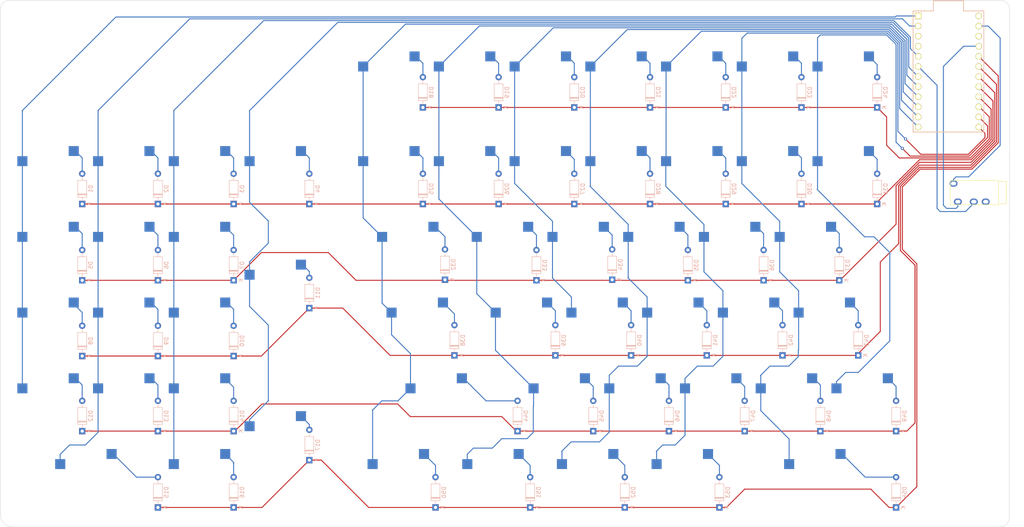
<source format=kicad_pcb>
(kicad_pcb (version 20221018) (generator pcbnew)
  (layers (0 "F.Cu" signal) (31 "B.Cu" signal) (34 "B.Paste" user) (35 "F.Paste" user) (36 "B.SilkS" user "B.Silkscreen") (37 "F.SilkS" user "F.Silkscreen") (38 "B.Mask" user) (39 "F.Mask" user) (44 "Edge.Cuts" user))
  (net 0 "")
  (net 1 "row2")
  (net 2 "Net-(D1-A)")
  (net 3 "Net-(D2-A)")
  (net 4 "Net-(D3-A)")
  (net 5 "Net-(D4-A)")
  (net 6 "row3")
  (net 7 "Net-(D5-A)")
  (net 8 "Net-(D6-A)")
  (net 9 "Net-(D7-A)")
  (net 10 "row4")
  (net 11 "Net-(D8-A)")
  (net 12 "Net-(D9-A)")
  (net 13 "Net-(D10-A)")
  (net 14 "Net-(D11-A)")
  (net 15 "row5")
  (net 16 "Net-(D12-A)")
  (net 17 "Net-(D13-A)")
  (net 18 "Net-(D14-A)")
  (net 19 "row6")
  (net 20 "Net-(D15-A)")
  (net 21 "Net-(D16-A)")
  (net 22 "Net-(D17-A)")
  (net 23 "row1")
  (net 24 "Net-(D18-A)")
  (net 25 "Net-(D19-A)")
  (net 26 "Net-(D20-A)")
  (net 27 "Net-(D21-A)")
  (net 28 "Net-(D22-A)")
  (net 29 "Net-(D23-A)")
  (net 30 "Net-(D24-A)")
  (net 31 "Net-(D25-A)")
  (net 32 "Net-(D26-A)")
  (net 33 "Net-(D27-A)")
  (net 34 "Net-(D28-A)")
  (net 35 "Net-(D29-A)")
  (net 36 "Net-(D30-A)")
  (net 37 "Net-(D31-A)")
  (net 38 "Net-(D32-A)")
  (net 39 "Net-(D33-A)")
  (net 40 "Net-(D34-A)")
  (net 41 "Net-(D35-A)")
  (net 42 "Net-(D36-A)")
  (net 43 "Net-(D37-A)")
  (net 44 "Net-(D38-A)")
  (net 45 "Net-(D39-A)")
  (net 46 "Net-(D40-A)")
  (net 47 "Net-(D41-A)")
  (net 48 "Net-(D42-A)")
  (net 49 "Net-(D43-A)")
  (net 50 "Net-(D44-A)")
  (net 51 "Net-(D45-A)")
  (net 52 "Net-(D46-A)")
  (net 53 "Net-(D47-A)")
  (net 54 "Net-(D48-A)")
  (net 55 "Net-(D49-A)")
  (net 56 "Net-(D50-A)")
  (net 57 "Net-(D51-A)")
  (net 58 "Net-(D52-A)")
  (net 59 "Net-(D53-A)")
  (net 60 "Net-(D54-A)")
  (net 61 "col1")
  (net 62 "col2")
  (net 63 "col3")
  (net 64 "col4")
  (net 65 "col5")
  (net 66 "col10")
  (net 67 "col11")
  (net 70 "SCL")
  (net 71 "VCC")
  (net 73 "GND")
  (net 76 "col6")
  (net 77 "col7")
  (net 78 "col8")
  (net 79 "col9")
  (footprint "MX_Only:MXOnly-1U-Hotswap" (layer "F.Cu") (at 48.37425 73.17875)
    (fp_text reference "MX2")
    (fp_text value "MX-NoLED")
  )
  (footprint "MountingHole:MountingHole_2.2mm_M2" (layer "F.Cu") (at 135.6885 109.503)
    (fp_text reference "REF**" hide)
    (fp_text value "MountingHole_2.2mm_M2" hide)
  )
  (footprint "MX_Only:MXOnly-2U-Hotswap-VerticalStabilizers" (layer "F.Cu") (at 86.47425 139.85375)
    (fp_text reference "MX17")
    (fp_text value "MX-NoLED" hide)
  )
  (footprint "MountingHole:MountingHole_2.2mm_M2" (layer "F.Cu") (at 19.8375 33.327)
    (fp_text reference "REF**" hide)
    (fp_text value "MountingHole_2.2mm_M2" hide)
  )
  (footprint "MX_Only:MXOnly-1U-Hotswap" (layer "F.Cu") (at 153.14925 49.36575)
    (fp_text reference "MX20")
    (fp_text value "MX-NoLED")
  )
  (footprint "MX_Only:MXOnly-1.25U-Hotswap" (layer "F.Cu") (at 165.0555 149.37875)
    (fp_text reference "MX52")
    (fp_text value "MX-NoLED")
  )
  (footprint "MX_Only:MXOnly-1U-Hotswap" (layer "F.Cu") (at 134.09925 73.17875)
    (fp_text reference "MX26")
    (fp_text value "MX-NoLED")
  )
  (footprint "MountingHole:MountingHole_2.2mm_M2" (layer "F.Cu") (at 19.8375 159.4935)
    (fp_text reference "REF**" hide)
    (fp_text value "MountingHole_2.2mm_M2" hide)
  )
  (footprint "MountingHole:MountingHole_2.2mm_M2" (layer "F.Cu") (at 100.7745 120.612)
    (fp_text reference "REF**" hide)
    (fp_text value "MountingHole_2.2mm_M2" hide)
  )
  (footprint "MX_Only:MXOnly-1U-Hotswap" (layer "F.Cu") (at 29.32425 73.17875)
    (fp_text reference "MX1")
    (fp_text value "MX-NoLED")
  )
  (footprint "MX_Only:MXOnly-1.75U-Hotswap" (layer "F.Cu") (at 122.193 111.27875)
    (fp_text reference "MX38")
    (fp_text value "MX-NoLED")
  )
  (footprint "MountingHole:MountingHole_2.2mm_M2" (layer "F.Cu") (at 267.4095 33.327)
    (fp_text reference "REF**" hide)
    (fp_text value "MountingHole_2.2mm_M2" hide)
  )
  (footprint "MX_Only:MXOnly-1.25U-Hotswap" (layer "F.Cu") (at 188.868 149.37875)
    (fp_text reference "MX53")
    (fp_text value "MX-NoLED")
  )
  (footprint "MX_Only:MXOnly-1U-Hotswap" (layer "F.Cu") (at 153.14925 73.17875)
    (fp_text reference "MX27")
    (fp_text value "MX-NoLED")
  )
  (footprint "MX_Only:MXOnly-1U-Hotswap" (layer "F.Cu") (at 29.32425 130.32875)
    (fp_text reference "MX12")
    (fp_text value "MX-NoLED")
  )
  (footprint "MX_Only:MXOnly-2U-Hotswap-VerticalStabilizers" (layer "F.Cu") (at 86.47425 101.75375)
    (fp_text reference "MX11")
    (fp_text value "MX-NoLED" hide)
  )
  (footprint "MX_Only:MXOnly-1.25U-Hotswap" (layer "F.Cu") (at 117.4305 149.37875)
    (fp_text reference "MX50")
    (fp_text value "MX-NoLED")
  )
  (footprint "MX_Only:MXOnly-1U-Hotswap" (layer "F.Cu") (at 229.34925 73.17875)
    (fp_text reference "MX31")
    (fp_text value "MX-NoLED")
  )
  (footprint "MX_Only:MXOnly-1U-Hotswap" (layer "F.Cu") (at 115.04925 49.36575)
    (fp_text reference "MX18")
    (fp_text value "MX-NoLED")
  )
  (footprint "promicro:ProMicro" (layer "F.Cu") (at 255.192 48.0865 -90)
    (fp_text reference "U1" hide)
    (fp_text value "ProMicro" hide)
  )
  (footprint "MX_Only:MXOnly-1U-Hotswap" (layer "F.Cu") (at 205.53675 111.27875)
    (fp_text reference "MX42")
    (fp_text value "MX-NoLED")
  )
  (footprint "MX_Only:MXOnly-1U-Hotswap" (layer "F.Cu") (at 67.42425 149.37875)
    (fp_text reference "MX16")
    (fp_text value "MX-NoLED")
  )
  (footprint "MountingHole:MountingHole_2.2mm_M2" (layer "F.Cu") (at 100.7745 69.828)
    (fp_text reference "REF**" hide)
    (fp_text value "MountingHole_2.2mm_M2" hide)
  )
  (footprint "MX_Only:MXOnly-1U-Hotswap" (layer "F.Cu") (at 191.24925 49.36575)
    (fp_text reference "MX22")
    (fp_text value "MX-NoLED")
  )
  (footprint "MX_Only:MXOnly-2U-Hotswap" (layer "F.Cu") (at 38.84925 149.37875)
    (fp_text reference "MX15")
    (fp_text value "MX-NoLED")
  )
  (footprint "pj320:TRRS-PJ-320A" (layer "F.Cu") (at 267.761 78.5565 -90)
    (fp_text reference "U2")
    (fp_text value "TRRS")
  )
  (footprint "MX_Only:MXOnly-1U-Hotswap" (layer "F.Cu") (at 143.62425 92.22875)
    (fp_text reference "MX33")
    (fp_text value "MX-NoLED")
  )
  (footprint "MX_Only:MXOnly-1U-Hotswap" (layer "F.Cu") (at 167.43675 111.27875)
    (fp_text reference "MX40")
    (fp_text value "MX-NoLED")
  )
  (footprint "MX_Only:MXOnly-1U-Hotswap" (layer "F.Cu") (at 162.67425 92.22875)
    (fp_text reference "MX34")
    (fp_text value "MX-NoLED")
  )
  (footprint "MX_Only:MXOnly-1U-Hotswap" (layer "F.Cu") (at 67.42425 73.17875)
    (fp_text reference "MX3")
    (fp_text value "MX-NoLED")
  )
  (footprint "MX_Only:MXOnly-1U-Hotswap" (layer "F.Cu") (at 219.82425 92.22875)
    (fp_text reference "MX37")
    (fp_text value "MX-NoLED")
  )
  (footprint "MX_Only:MXOnly-1U-Hotswap" (layer "F.Cu") (at 191.24925 73.17875)
    (fp_text reference "MX29")
    (fp_text value "MX-NoLED")
  )
  (footprint "MX_Only:MXOnly-1U-Hotswap" (layer "F.Cu") (at 67.42425 92.22875)
    (fp_text reference "MX7")
    (fp_text value "MX-NoLED")
  )
  (footprint "MX_Only:MXOnly-1U-Hotswap" (layer "F.Cu") (at 229.34925 49.36575)
    (fp_text reference "MX24")
    (fp_text value "MX-NoLED")
  )
  (footprint "MX_Only:MXOnly-1U-Hotswap" (layer "F.Cu") (at 48.37425 130.32875)
    (fp_text reference "MX13")
    (fp_text value "MX-NoLED")
  )
  (footprint "MX_Only:MXOnly-2.25U-Hotswap" (layer "F.Cu") (at 126.9555 130.32875)
    (fp_text reference "MX44")
    (fp_text value "MX-NoLED")
  )
  (footprint "MX_Only:MXOnly-2.25U-Hotswap" (layer "F.Cu") (at 222.2055 149.37875)
    (fp_text reference "MX54")
    (fp_text value "MX-NoLED")
  )
  (footprint "MX_Only:MXOnly-1U-Hotswap" (layer "F.Cu") (at 234.11175 130.32875)
    (fp_text reference "MX49")
    (fp_text value "MX-NoLED")
  )
  (footprint "MX_Only:MXOnly-1U-Hotswap" (layer "F.Cu") (at 67.42425 111.27875)
    (fp_text reference "MX10")
    (fp_text value "MX-NoLED")
  )
  (footprint "MX_Only:MXOnly-1U-Hotswap" (layer "F.Cu") (at 186.48675 111.27875)
    (fp_text reference "MX41")
    (fp_text value "MX-NoLED")
  )
  (footprint "MX_Only:MXOnly-1.25U-Hotswap" (layer "F.Cu") (at 141.243 149.37875)
    (fp_text reference "MX51")
    (fp_text value "MX-NoLED")
  )
  (footprint "MX_Only:MXOnly-1U-Hotswap" (layer "F.Cu") (at 196.01175 130.32875)
    (fp_text reference "MX47")
    (fp_text value "MX-NoLED")
  )
  (footprint "MX_Only:MXOnly-1U-Hotswap" (layer "F.Cu") (at 172.19925 49.36575)
    (fp_text reference "MX21")
    (fp_text value "MX-NoLED")
  )
  (footprint "MX_Only:MXOnly-1U-Hotswap" (layer "F.Cu") (at 29.32425 111.27875)
    (fp_text reference "MX8")
    (fp_text value "MX-NoLED")
  )
  (footprint "MX_Only:MXOnly-1U-Hotswap" (layer "F.Cu") (at 176.96175 130.32875)
    (fp_text reference "MX46")
    (fp_text value "MX-NoLED")
  )
  (footprint "MountingHole:MountingHole_2.2mm_M2" (layer "F.Cu") (at 19.8375 96.0135)
    (fp_text reference "REF**" hide)
    (fp_text value "MountingHole_2.2mm_M2" hide)
  )
  (footprint "MX_Only:MXOnly-1U-Hotswap" (layer "F.Cu") (at 157.91175 130.32875)
    (fp_text reference "MX45")
    (fp_text value "MX-NoLED")
  )
  (footprint "MX_Only:MXOnly-1.5U-Hotswap" (layer "F.Cu") (at 119.81175 92.22875)
    (fp_text reference "MX32")
    (fp_text value "MX-NoLED")
  )
  (footprint "MX_Only:MXOnly-1U-Hotswap" (layer "F.Cu") (at 181.72425 92.22875)
    (fp_text reference "MX35")
    (fp_text value "MX-NoLED")
  )
  (footprint "MX_Only:MXOnly-1U-Hotswap" (layer "F.Cu") (at 224.58675 111.27875)
    (fp_text reference "MX43")
    (fp_text value "MX-NoLED")
  )
  (footprint "MountingHole:MountingHole_2.2mm_M2" (layer "F.Cu") (at 100.7745 159.4935)
    (fp_text reference "REF**" hide)
    (fp_text value "MountingHole_2.2mm_M2" hide)
  )
  (footprint "MX_Only:MXOnly-1U-Hotswap" (layer "F.Cu") (at 48.37425 92.22875)
    (fp_text reference "MX6")
    (fp_text value "MX-NoLED")
  )
  (footprint "MX_Only:MXOnly-1U-Hotswap" (layer "F.Cu") (at 200.77425 92.22875)
    (fp_text reference "MX36")
    (fp_text value "MX-NoLED")
  )
  (footprint "MX_Only:MXOnly-1U-Hotswap" (layer "F.Cu") (at 67.42425 130.32875)
    (fp_text reference "MX14")
    (fp_text value "MX-NoLED")
  )
  (footprint "MX_Only:MXOnly-1U-Hotswap" (layer "F.Cu") (at 210.29925 49.36575)
    (fp_text reference "MX23")
    (fp_text value "MX-NoLED")
  )
  (footprint "MX_Only:MXOnly-1U-Hotswap" (layer "F.Cu") (at 48.37425 111.27875)
    (fp_text reference "MX9")
    (fp_text value "MX-NoLED")
  )
  (footprint "MountingHole:MountingHole_2.2mm_M2" (layer "F.Cu") (at 267.4095 159.4935)
    (fp_text reference "REF**" hide)
    (fp_text value "MountingHole_2.2mm_M2" hide)
  )
  (footprint "MX_Only:MXOnly-1U-Hotswap" (layer "F.Cu") (at 115.04925 73.17875)
    (fp_text reference "MX25")
    (fp_text value "MX-NoLED")
  )
  (footprint "MountingHole:MountingHole_2.2mm_M2" (layer "F.Cu") (at 266.616 96.0135)
    (fp_text reference "REF**" hide)
    (fp_text value "MountingHole_2.2mm_M2" hide)
  )
  (footprint "MX_Only:MXOnly-1U-Hotswap" (layer "F.Cu") (at 210.29925 73.17875)
    (fp_text reference "MX30")
    (fp_text value "MX-NoLED")
  )
  (footprint "MX_Only:MXOnly-1U-Hotswap" (layer "F.Cu") (at 134.09925 49.36575)
    (fp_text reference "MX19")
    (fp_text value "MX-NoLED")
  )
  (footprint "MX_Only:MXOnly-1U-Hotswap" (layer "F.Cu") (at 172.19925 73.17875)
    (fp_text reference "MX28")
    (fp_text value "MX-NoLED")
  )
  (footprint "MX_Only:MXOnly-1U-Hotswap" (layer "F.Cu") (at 215.06175 130.32875)
    (fp_text reference "MX48")
    (fp_text value "MX-NoLED")
  )
  (footprint "MX_Only:MXOnly-1U-Hotswap" (layer "F.Cu") (at 86.47425 73.17875)
    (fp_text reference "MX4")
    (fp_text value "MX-NoLED")
  )
  (footprint "MX_Only:MXOnly-1U-Hotswap" (layer "F.Cu") (at 148.38675 111.27875)
    (fp_text reference "MX39")
    (fp_text value "MX-NoLED")
  )
  (footprint "MX_Only:MXOnly-1U-Hotswap" (layer "F.Cu") (at 29.32425 92.22875)
    (fp_text reference "MX5")
    (fp_text value "MX-NoLED")
  )
  (footprint "Diode_THT:D_DO-35_SOD27_P7.62mm_Horizontal" (layer "B.Cu") (at 151.5585 100.617 90)
    (fp_text reference "D33")
    (fp_text value "1N4148")
  )
  (footprint "Diode_THT:D_DO-35_SOD27_P7.62mm_Horizontal" (layer "B.Cu") (at 130.9275 119.5035 90)
    (fp_text reference "D38")
    (fp_text value "1N4148")
  )
  (footprint "Diode_THT:D_DO-35_SOD27_P7.62mm_Horizontal" (layer "B.Cu") (at 199.1685 57.132 90)
    (fp_text reference "D22")
    (fp_text value "1N4148")
  )
  (footprint "Diode_THT:D_DO-35_SOD27_P7.62mm_Horizontal" (layer "B.Cu") (at 218.2125 81.4155 90)
    (fp_text reference "D30")
    (fp_text value "1N4148")
  )
  (footprint "Diode_THT:D_DO-35_SOD27_P7.62mm_Horizontal" (layer "B.Cu") (at 222.9735 138.5475 90)
    (fp_text reference "D48")
    (fp_text value "1N4148")
  )
  (footprint "Diode_THT:D_DO-35_SOD27_P7.62mm_Horizontal" (layer "B.Cu") (at 242.0175 157.749 90)
    (fp_text reference "D54")
    (fp_text value "1N4148")
  )
  (footprint "Diode_THT:D_DO-35_SOD27_P7.62mm_Horizontal" (layer "B.Cu") (at 173.7765 157.749 90)
    (fp_text reference "D52")
    (fp_text value "1N4148")
  )
  (footprint "Diode_THT:D_DO-35_SOD27_P7.62mm_Horizontal" (layer "B.Cu") (at 197.5815 157.749 90)
    (fp_text reference "D53")
    (fp_text value "1N4148")
  )
  (footprint "Diode_THT:D_DO-35_SOD27_P7.62mm_Horizontal" (layer "B.Cu") (at 218.2125 57.132 90)
    (fp_text reference "D23")
    (fp_text value "1N4148")
  )
  (footprint "Diode_THT:D_DO-35_SOD27_P7.62mm_Horizontal" (layer "B.Cu") (at 122.9925 81.4155 90)
    (fp_text reference "D25")
    (fp_text value "1N4148")
  )
  (footprint "Diode_THT:D_DO-35_SOD27_P7.62mm_Horizontal" (layer "B.Cu") (at 37.2945 119.661 90)
    (fp_text reference "D8")
    (fp_text value "1N4148")
  )
  (footprint "Diode_THT:D_DO-35_SOD27_P7.62mm_Horizontal" (layer "B.Cu") (at 126.1665 157.749 90)
    (fp_text reference "D50")
    (fp_text value "1N4148")
  )
  (footprint "Diode_THT:D_DO-35_SOD27_P7.62mm_Horizontal" (layer "B.Cu") (at 237.2565 81.4155 90)
    (fp_text reference "D31")
    (fp_text value "1N4148")
  )
  (footprint "Diode_THT:D_DO-35_SOD27_P7.62mm_Horizontal" (layer "B.Cu") (at 142.0365 81.4155 90)
    (fp_text reference "D26")
    (fp_text value "1N4148")
  )
  (footprint "Diode_THT:D_DO-35_SOD27_P7.62mm_Horizontal" (layer "B.Cu") (at 56.3385 81.4155 90)
    (fp_text reference "D2")
    (fp_text value "1N4148")
  )
  (footprint "Diode_THT:D_DO-35_SOD27_P7.62mm_Horizontal" (layer "B.Cu") (at 75.3825 138.5475 90)
    (fp_text reference "D14")
    (fp_text value "1N4148")
  )
  (footprint "Diode_THT:D_DO-35_SOD27_P7.62mm_Horizontal" (layer "B.Cu") (at 184.8855 138.5475 90)
    (fp_text reference "D46")
    (fp_text value "1N4148")
  )
  (footprint "Diode_THT:D_DO-35_SOD27_P7.62mm_Horizontal" (layer "B.Cu") (at 175.3635 119.5035 90)
    (fp_text reference "D40")
    (fp_text value "1N4148")
  )
  (footprint "Diode_THT:D_DO-35_SOD27_P7.62mm_Horizontal" (layer "B.Cu") (at 189.6465 100.617 90)
    (fp_text reference "D35")
    (fp_text value "1N4148")
  )
  (footprint "Diode_THT:D_DO-35_SOD27_P7.62mm_Horizontal" (layer "B.Cu") (at 56.3385 138.5475 90)
    (fp_text reference "D13")
    (fp_text value "1N4148")
  )
  (footprint "Diode_THT:D_DO-35_SOD27_P7.62mm_Horizontal" (layer "B.Cu") (at 75.3825 157.749 90)
    (fp_text reference "D16")
    (fp_text value "1N4148")
  )
  (footprint "Diode_THT:D_DO-35_SOD27_P7.62mm_Horizontal" (layer "B.Cu") (at 208.6905 100.617 90)
    (fp_text reference "D36")
    (fp_text value "1N4148")
  )
  (footprint "Diode_THT:D_DO-35_SOD27_P7.62mm_Horizontal" (layer "B.Cu") (at 94.4265 81.4155 90)
    (fp_text reference "D4")
    (fp_text value "1N4148")
  )
  (footprint "Diode_THT:D_DO-35_SOD27_P7.62mm_Horizontal" (layer "B.Cu") (at 165.8415 138.5475 90)
    (fp_text reference "D45")
    (fp_text value "1N4148")
  )
  (footprint "Diode_THT:D_DO-35_SOD27_P7.62mm_Horizontal" (layer "B.Cu") (at 122.9925 57.132 90)
    (fp_text reference "D18")
    (fp_text value "1N4148")
  )
  (footprint "Diode_THT:D_DO-35_SOD27_P7.62mm_Horizontal" (layer "B.Cu") (at 149.9715 157.749 90)
    (fp_text reference "D51")
    (fp_text value "1N4148")
  )
  (footprint "Diode_THT:D_DO-35_SOD27_P7.62mm_Horizontal" (layer "B.Cu") (at 180.1245 81.4155 90)
    (fp_text reference "D28")
    (fp_text value "1N4148")
  )
  (footprint "Diode_THT:D_DO-35_SOD27_P7.62mm_Horizontal" (layer "B.Cu") (at 213.4515 119.5035 90)
    (fp_text reference "D42")
    (fp_text value "1N4148")
  )
  (footprint "Diode_THT:D_DO-35_SOD27_P7.62mm_Horizontal" (layer "B.Cu") (at 56.3385 100.617 90)
    (fp_text reference "D6")
    (fp_text value "1N4148")
  )
  (footprint "Diode_THT:D_DO-35_SOD27_P7.62mm_Horizontal" (layer "B.Cu") (at 37.2945 100.617 90)
    (fp_text reference "D5")
    (fp_text value "1N4148")
  )
  (footprint "Diode_THT:D_DO-35_SOD27_P7.62mm_Horizontal" (layer "B.Cu") (at 75.3825 81.4155 90)
    (fp_text reference "D3")
    (fp_text value "1N4148")
  )
  (footprint "Diode_THT:D_DO-35_SOD27_P7.62mm_Horizontal" (layer "B.Cu") (at 237.2565 57.132 90)
    (fp_text reference "D24")
    (fp_text value "1N4148")
  )
  (footprint "Diode_THT:D_DO-35_SOD27_P7.62mm_Horizontal" (layer "B.Cu") (at 146.7975 138.5475 90)
    (fp_text reference "D44")
    (fp_text value "1N4148")
  )
  (footprint "Diode_THT:D_DO-35_SOD27_P7.62mm_Horizontal" (layer "B.Cu") (at 203.9295 138.5475 90)
    (fp_text reference "D47")
    (fp_text value "1N4148")
  )
  (footprint "Diode_THT:D_DO-35_SOD27_P7.62mm_Horizontal" (layer "B.Cu") (at 227.7345 100.617 90)
    (fp_text reference "D37")
    (fp_text value "1N4148")
  )
  (footprint "Diode_THT:D_DO-35_SOD27_P7.62mm_Horizontal" (layer "B.Cu") (at 161.0805 57.132 90)
    (fp_text reference "D20")
    (fp_text value "1N4148")
  )
  (footprint "Diode_THT:D_DO-35_SOD27_P7.62mm_Horizontal" (layer "B.Cu") (at 142.0365 57.132 90)
    (fp_text reference "D19")
    (fp_text value "1N4148")
  )
  (footprint "Diode_THT:D_DO-35_SOD27_P7.62mm_Horizontal" (layer "B.Cu") (at 180.1245 57.132 90)
    (fp_text reference "D21")
    (fp_text value "1N4148")
  )
  (footprint "Diode_THT:D_DO-35_SOD27_P7.62mm_Horizontal" (layer "B.Cu") (at 75.3825 119.661 90)
    (fp_text reference "D10")
    (fp_text value "1N4148")
  )
  (footprint "Diode_THT:D_DO-35_SOD27_P7.62mm_Horizontal" (layer "B.Cu") (at 156.3195 119.5035 90)
    (fp_text reference "D39")
    (fp_text value "1N4148")
  )
  (footprint "Diode_THT:D_DO-35_SOD27_P7.62mm_Horizontal" (layer "B.Cu") (at 242.0175 138.5475 90)
    (fp_text reference "D49")
    (fp_text value "1N4148")
  )
  (footprint "Diode_THT:D_DO-35_SOD27_P7.62mm_Horizontal" (layer "B.Cu") (at 37.2945 138.5475 90)
    (fp_text reference "D12")
    (fp_text value "1N4148")
  )
  (footprint "Diode_THT:D_DO-35_SOD27_P7.62mm_Horizontal" (layer "B.Cu") (at 199.1685 81.4155 90)
    (fp_text reference "D29")
    (fp_text value "1N4148")
  )
  (footprint "Diode_THT:D_DO-35_SOD27_P7.62mm_Horizontal" (layer "B.Cu") (at 128.547 100.4595 90)
    (fp_text reference "D32")
    (fp_text value "1N4148")
  )
  (footprint "Diode_THT:D_DO-35_SOD27_P7.62mm_Horizontal" (layer "B.Cu") (at 75.3825 100.617 90)
    (fp_text reference "D7")
    (fp_text value "1N4148")
  )
  (footprint "Diode_THT:D_DO-35_SOD27_P7.62mm_Horizontal" (layer "B.Cu") (at 194.4075 119.5035 90)
    (fp_text reference "D41")
    (fp_text value "1N4148")
  )
  (footprint "Diode_THT:D_DO-35_SOD27_P7.62mm_Horizontal" (layer "B.Cu") (at 170.6025 100.4595 90)
    (fp_text reference "D34")
    (fp_text value "1N4148")
  )
  (footprint "Diode_THT:D_DO-35_SOD27_P7.62mm_Horizontal" (layer "B.Cu") (at 56.3385 119.661 90)
    (fp_text reference "D9")
    (fp_text value "1N4148")
  )
  (footprint "Diode_THT:D_DO-35_SOD27_P7.62mm_Horizontal" (layer "B.Cu") (at 56.3385 157.749 90)
    (fp_text reference "D15")
    (fp_text value "1N4148")
  )
  (footprint "Diode_THT:D_DO-35_SOD27_P7.62mm_Horizontal" (layer "B.Cu") (at 94.4265 107.601 90)
    (fp_text reference "D11")
    (fp_text value "1N4148")
  )
  (footprint "Diode_THT:D_DO-35_SOD27_P7.62mm_Horizontal" (layer "B.Cu") (at 161.0805 81.4155 90)
    (fp_text reference "D27")
    (fp_text value "1N4148")
  )
  (footprint "Diode_THT:D_DO-35_SOD27_P7.62mm_Horizontal" (layer "B.Cu") (at 232.4955 119.5035 90)
    (fp_text reference "D43")
    (fp_text value "1N4148")
  )
  (footprint "Diode_THT:D_DO-35_SOD27_P7.62mm_Horizontal" (layer "B.Cu") (at 37.2945 81.4155 90)
    (fp_text reference "D1")
    (fp_text value "1N4148")
  )
  (footprint "Diode_THT:D_DO-35_SOD27_P7.62mm_Horizontal" (layer "B.Cu") (at 94.4265 145.8465 90)
    (fp_text reference "D17")
    (fp_text value "1N4148")
  )
  (gr_line (start 268.106732 162.6675) (end 19.8375 162.6675) (stroke (width 0.1)) (layer "Edge.Cuts"))
  (gr_line (start 16.6635 153.939) (end 16.6635 159.4935) (stroke (width 0.1)) (layer "Edge.Cuts"))
  (gr_arc (start 268.203 30.153) (mid 269.886268 30.850232) (end 270.5835 32.5335) (stroke (width 0.1)) (layer "Edge.Cuts"))
  (gr_line (start 268.203 30.153) (end 19.044 30.153) (stroke (width 0.1)) (layer "Edge.Cuts"))
  (gr_arc (start 19.8375 162.6675) (mid 17.593143 161.737857) (end 16.6635 159.4935) (stroke (width 0.1)) (layer "Edge.Cuts"))
  (gr_arc (start 270.487232 160.287) (mid 269.79 161.970268) (end 268.106732 162.6675) (stroke (width 0.1)) (layer "Edge.Cuts"))
  (gr_line (start 270.5835 32.5335) (end 270.487232 160.287) (stroke (width 0.1)) (layer "Edge.Cuts"))
  (gr_arc (start 16.6635 32.5335) (mid 17.360732 30.850232) (end 19.044 30.153) (stroke (width 0.1)) (layer "Edge.Cuts"))
  (gr_line (start 16.6635 32.5335) (end 16.6635 153.939) (stroke (width 0.1)) (layer "Edge.Cuts"))
  (segment (start 237.2565 81.4155) (end 237.2565 80.937) (width 0.25) (layer "F.Cu") (net 1))
  (segment (start 265.929 65.253396) (end 265.929 57.582) (width 0.25) (layer "F.Cu") (net 1))
  (segment (start 37.2945 81.4155) (end 37.2945 81.7305) (width 0.25) (layer "F.Cu") (net 1))
  (segment (start 247.9155 70.278) (end 260.904396 70.278) (width 0.25) (layer "F.Cu") (net 1))
  (segment (start 237.2565 80.937) (end 247.9155 70.278) (width 0.25) (layer "F.Cu") (net 1))
  (segment (start 265.929 57.582) (end 262.7835 54.4365) (width 0.25) (layer "F.Cu") (net 1))
  (segment (start 37.2945 81.7305) (end 37.6095 81.4155) (width 0.25) (layer "F.Cu") (net 1))
  (segment (start 37.6095 81.4155) (end 237.2565 81.4155) (width 0.25) (layer "F.Cu") (net 1))
  (segment (start 260.904396 70.278) (end 265.929 65.253396) (width 0.25) (layer "F.Cu") (net 1))
  (segment (start 37.2945 69.828) (end 37.2945 73.7955) (width 0.25) (layer "B.Cu") (net 2))
  (segment (start 35.56525 68.09875) (end 37.2945 69.828) (width 0.25) (layer "B.Cu") (net 2))
  (segment (start 35.16625 68.09875) (end 35.56525 68.09875) (width 0.25) (layer "B.Cu") (net 2))
  (segment (start 54.21625 68.09875) (end 54.60925 68.09875) (width 0.25) (layer "B.Cu") (net 3))
  (segment (start 54.60925 68.09875) (end 56.3385 69.828) (width 0.25) (layer "B.Cu") (net 3))
  (segment (start 56.3385 69.828) (end 56.3385 73.7955) (width 0.25) (layer "B.Cu") (net 3))
  (segment (start 73.26625 68.09875) (end 73.65325 68.09875) (width 0.25) (layer "B.Cu") (net 4))
  (segment (start 73.65325 68.09875) (end 75.3825 69.828) (width 0.25) (layer "B.Cu") (net 4))
  (segment (start 75.3825 69.828) (end 75.3825 73.7955) (width 0.25) (layer "B.Cu") (net 4))
  (segment (start 94.4265 69.828) (end 94.4265 73.7955) (width 0.25) (layer "B.Cu") (net 5))
  (segment (start 92.69725 68.09875) (end 94.4265 69.828) (width 0.25) (layer "B.Cu") (net 5))
  (segment (start 92.31625 68.09875) (end 92.69725 68.09875) (width 0.25) (layer "B.Cu") (net 5))
  (segment (start 266.379 65.439792) (end 260.879094 70.939698) (width 0.25) (layer "F.Cu") (net 6))
  (segment (start 82.3665 93.633) (end 75.3825 100.617) (width 0.25) (layer "F.Cu") (net 6))
  (segment (start 227.892 100.617) (end 227.7345 100.617) (width 0.25) (layer "F.Cu") (net 6))
  (segment (start 262.7835 51.8965) (end 266.379 55.492) (width 0.25) (layer "F.Cu") (net 6))
  (segment (start 227.7345 100.617) (end 106.1715 100.617) (width 0.25) (layer "F.Cu") (net 6))
  (segment (start 99.1875 93.633) (end 82.3665 93.633) (width 0.25) (layer "F.Cu") (net 6))
  (segment (start 260.879094 70.939698) (end 247.890198 70.939698) (width 0.25) (layer "F.Cu") (net 6))
  (segment (start 37.2945 100.617) (end 75.3825 100.617) (width 0.25) (layer "F.Cu") (net 6))
  (segment (start 266.379 55.492) (end 266.379 65.439792) (width 0.25) (layer "F.Cu") (net 6))
  (segment (start 242.0175 86.4915) (end 227.892 100.617) (width 0.25) (layer "F.Cu") (net 6))
  (segment (start 106.1715 100.617) (end 99.1875 93.633) (width 0.25) (layer "F.Cu") (net 6))
  (segment (start 242.0175 76.812396) (end 242.0175 86.4915) (width 0.25) (layer "F.Cu") (net 6))
  (segment (start 247.890198 70.939698) (end 242.0175 76.812396) (width 0.25) (layer "F.Cu") (net 6))
  (segment (start 35.16625 87.14875) (end 35.57125 87.14875) (width 0.25) (layer "B.Cu") (net 7))
  (segment (start 37.2945 88.872) (end 37.2945 92.997) (width 0.25) (layer "B.Cu") (net 7))
  (segment (start 35.57125 87.14875) (end 37.2945 88.872) (width 0.25) (layer "B.Cu") (net 7))
  (segment (start 54.21625 87.14875) (end 56.3385 89.271) (width 0.25) (layer "B.Cu") (net 8))
  (segment (start 56.3385 89.271) (end 56.3385 92.997) (width 0.25) (layer "B.Cu") (net 8))
  (segment (start 73.26625 87.14875) (end 75.3825 89.265) (width 0.25) (layer "B.Cu") (net 9))
  (segment (start 75.3825 89.265) (end 75.3825 92.997) (width 0.25) (layer "B.Cu") (net 9))
  (segment (start 82.3665 119.661) (end 94.4265 107.601) (width 0.25) (layer "F.Cu") (net 10))
  (segment (start 247.811646 71.654646) (end 260.800542 71.654646) (width 0.25) (layer "F.Cu") (net 10))
  (segment (start 266.829 53.402) (end 262.7835 49.3565) (width 0.25) (layer "F.Cu") (net 10))
  (segment (start 37.2945 119.661) (end 75.3825 119.661) (width 0.25) (layer "F.Cu") (net 10))
  (segment (start 232.4955 119.025) (end 238.05 113.4705) (width 0.25) (layer "F.Cu") (net 10))
  (segment (start 130.9275 119.5035) (end 232.4955 119.5035) (width 0.25) (layer "F.Cu") (net 10))
  (segment (start 242.653896 76.812396) (end 247.811646 71.654646) (width 0.25) (layer "F.Cu") (net 10))
  (segment (start 94.4265 107.601) (end 102.84 107.601) (width 0.25) (layer "F.Cu") (net 10))
  (segment (start 266.829 65.626188) (end 266.829 53.402) (width 0.25) (layer "F.Cu") (net 10))
  (segment (start 238.05 113.4705) (end 238.05 96.0135) (width 0.25) (layer "F.Cu") (net 10))
  (segment (start 75.3825 119.661) (end 82.3665 119.661) (width 0.25) (layer "F.Cu") (net 10))
  (segment (start 114.7425 119.5035) (end 130.9275 119.5035) (width 0.25) (layer "F.Cu") (net 10))
  (segment (start 260.800542 71.654646) (end 266.829 65.626188) (width 0.25) (layer "F.Cu") (net 10))
  (segment (start 232.4955 119.5035) (end 232.4955 119.025) (width 0.25) (layer "F.Cu") (net 10))
  (segment (start 242.653896 91.409604) (end 242.653896 76.812396) (width 0.25) (layer "F.Cu") (net 10))
  (segment (start 102.84 107.601) (end 114.7425 119.5035) (width 0.25) (layer "F.Cu") (net 10))
  (segment (start 238.05 96.0135) (end 242.653896 91.409604) (width 0.25) (layer "F.Cu") (net 10))
  (segment (start 37.2945 108.7095) (end 37.2945 112.041) (width 0.25) (layer "B.Cu") (net 11))
  (segment (start 35.16625 106.58125) (end 37.2945 108.7095) (width 0.25) (layer "B.Cu") (net 11))
  (segment (start 35.16625 106.19875) (end 35.16625 106.58125) (width 0.25) (layer "B.Cu") (net 11))
  (segment (start 56.3385 107.916) (end 56.3385 112.041) (width 0.25) (layer "B.Cu") (net 12))
  (segment (start 54.62125 106.19875) (end 56.3385 107.916) (width 0.25) (layer "B.Cu") (net 12))
  (segment (start 54.21625 106.19875) (end 54.62125 106.19875) (width 0.25) (layer "B.Cu") (net 12))
  (segment (start 75.3825 107.916) (end 75.3825 112.041) (width 0.25) (layer "B.Cu") (net 13))
  (segment (start 73.66525 106.19875) (end 75.3825 107.916) (width 0.25) (layer "B.Cu") (net 13))
  (segment (start 73.26625 106.19875) (end 73.66525 106.19875) (width 0.25) (layer "B.Cu") (net 13))
  (segment (start 92.31625 96.67375) (end 92.70625 96.67375) (width 0.25) (layer "B.Cu") (net 14))
  (segment (start 94.4265 98.394) (end 94.4265 99.981) (width 0.25) (layer "B.Cu") (net 14))
  (segment (start 92.70625 96.67375) (end 94.4265 98.394) (width 0.25) (layer "B.Cu") (net 14))
  (segment (start 75.6975 138.5475) (end 82.524 131.721) (width 0.25) (layer "F.Cu") (net 15))
  (segment (start 37.2945 138.5475) (end 56.3385 138.5475) (width 0.25) (layer "F.Cu") (net 15))
  (segment (start 262.7835 46.8165) (end 267.279 51.312) (width 0.25) (layer "F.Cu") (net 15))
  (segment (start 119.8185 134.895) (end 142.83 134.895) (width 0.25) (layer "F.Cu") (net 15))
  (segment (start 244.713 138.5475) (end 242.0175 138.5475) (width 0.25) (layer "F.Cu") (net 15))
  (segment (start 243.103896 76.998792) (end 243.103896 93.132396) (width 0.25) (layer "F.Cu") (net 15))
  (segment (start 142.83 134.895) (end 146.4825 138.5475) (width 0.25) (layer "F.Cu") (net 15))
  (segment (start 56.3385 138.5475) (end 75.3825 138.5475) (width 0.25) (layer "F.Cu") (net 15))
  (segment (start 243.103896 93.132396) (end 246.7785 96.807) (width 0.25) (layer "F.Cu") (net 15))
  (segment (start 246.7785 136.482) (end 244.713 138.5475) (width 0.25) (layer "F.Cu") (net 15))
  (segment (start 75.3825 138.5475) (end 75.6975 138.5475) (width 0.25) (layer "F.Cu") (net 15))
  (segment (start 260.883084 72.2085) (end 247.894188 72.2085) (width 0.25) (layer "F.Cu") (net 15))
  (segment (start 82.524 131.721) (end 116.6445 131.721) (width 0.25) (layer "F.Cu") (net 15))
  (segment (start 246.7785 96.807) (end 246.7785 136.482) (width 0.25) (layer "F.Cu") (net 15))
  (segment (start 116.6445 131.721) (end 119.8185 134.895) (width 0.25) (layer "F.Cu") (net 15))
  (segment (start 247.894188 72.2085) (end 243.103896 76.998792) (width 0.25) (layer "F.Cu") (net 15))
  (segment (start 267.279 65.812584) (end 260.883084 72.2085) (width 0.25) (layer "F.Cu") (net 15))
  (segment (start 242.0175 138.5475) (end 146.7975 138.5475) (width 0.25) (layer "F.Cu") (net 15))
  (segment (start 146.4825 138.5475) (end 146.7975 138.5475) (width 0.25) (layer "F.Cu") (net 15))
  (segment (start 267.279 51.312) (end 267.279 65.812584) (width 0.25) (layer "F.Cu") (net 15))
  (segment (start 35.58325 125.24875) (end 37.2945 126.96) (width 0.25) (layer "B.Cu") (net 16))
  (segment (start 35.16625 125.24875) (end 35.58325 125.24875) (width 0.25) (layer "B.Cu") (net 16))
  (segment (start 37.2945 126.96) (end 37.2945 130.9275) (width 0.25) (layer "B.Cu") (net 16))
  (segment (start 56.3385 126.96) (end 56.3385 130.9275) (width 0.25) (layer "B.Cu") (net 17))
  (segment (start 54.62725 125.24875) (end 56.3385 126.96) (width 0.25) (layer "B.Cu") (net 17))
  (segment (start 54.21625 125.24875) (end 54.62725 125.24875) (width 0.25) (layer "B.Cu") (net 17))
  (segment (start 73.26625 125.391) (end 75.3825 127.50725) (width 0.25) (layer "B.Cu") (net 18))
  (segment (start 75.3825 127.50725) (end 75.3825 130.9275) (width 0.25) (layer "B.Cu") (net 18))
  (segment (start 242.0175 157.749) (end 240.273 157.749) (width 0.25) (layer "F.Cu") (net 19))
  (segment (start 243.6045 92.8395) (end 243.6045 77.134584) (width 0.25) (layer "F.Cu") (net 19))
  (segment (start 261.06948 72.6585) (end 267.729 65.99898) (width 0.25) (layer "F.Cu") (net 19))
  (segment (start 126.1665 157.749) (end 109.3455 157.749) (width 0.25) (layer "F.Cu") (net 19))
  (segment (start 82.524 157.749) (end 94.4265 145.8465) (width 0.25) (layer "F.Cu") (net 19))
  (segment (start 247.2285 96.4635) (end 243.6045 92.8395) (width 0.25) (layer "F.Cu") (net 19))
  (segment (start 247.2285 152.538) (end 247.2285 96.4635) (width 0.25) (layer "F.Cu") (net 19))
  (segment (start 235.6695 153.1455) (end 203.9295 153.1455) (width 0.25) (layer "F.Cu") (net 19))
  (segment (start 243.6045 77.134584) (end 248.080584 72.6585) (width 0.25) (layer "F.Cu") (net 19))
  (segment (start 97.443 145.8465) (end 94.4265 145.8465) (width 0.25) (layer "F.Cu") (net 19))
  (segment (start 242.0175 157.749) (end 247.2285 152.538) (width 0.25) (layer "F.Cu") (net 19))
  (segment (start 197.5815 157.749) (end 126.1665 157.749) (width 0.25) (layer "F.Cu") (net 19))
  (segment (start 267.729 65.99898) (end 267.729 49.222) (width 0.25) (layer "F.Cu") (net 19))
  (segment (start 248.080584 72.6585) (end 261.06948 72.6585) (width 0.25) (layer "F.Cu") (net 19))
  (segment (start 199.326 157.749) (end 197.5815 157.749) (width 0.25) (layer "F.Cu") (net 19))
  (segment (start 240.273 157.749) (end 235.6695 153.1455) (width 0.25) (layer "F.Cu") (net 19))
  (segment (start 267.729 49.222) (end 262.7835 44.2765) (width 0.25) (layer "F.Cu") (net 19))
  (segment (start 75.3825 157.749) (end 82.524 157.749) (width 0.25) (layer "F.Cu") (net 19))
  (segment (start 203.9295 153.1455) (end 199.326 157.749) (width 0.25) (layer "F.Cu") (net 19))
  (segment (start 109.3455 157.749) (end 97.443 145.8465) (width 0.25) (layer "F.Cu") (net 19))
  (segment (start 56.3385 157.749) (end 75.3825 157.749) (width 0.25) (layer "F.Cu") (net 19))
  (segment (start 45.11125 144.29875) (end 50.9415 150.129) (width 0.25) (layer "B.Cu") (net 20))
  (segment (start 50.9415 150.129) (end 56.3385 150.129) (width 0.25) (layer "B.Cu") (net 20))
  (segment (start 44.69125 144.29875) (end 45.11125 144.29875) (width 0.25) (layer "B.Cu") (net 20))
  (segment (start 73.26625 144.29875) (end 75.3825 146.415) (width 0.25) (layer "B.Cu") (net 21))
  (segment (start 75.3825 146.7975) (end 75.3825 150.129) (width 0.25) (layer "B.Cu") (net 21))
  (segment (start 75.3825 146.415) (end 75.3825 146.7975) (width 0.25) (layer "B.Cu") (net 21))
  (segment (start 75.3825 146.55725) (end 75.3825 146.7975) (width 0.25) (layer "B.Cu") (net 21))
  (segment (start 94.4265 136.884) (end 94.4265 138.2265) (width 0.25) (layer "B.Cu") (net 22))
  (segment (start 92.31625 134.77375) (end 94.4265 136.884) (width 0.25) (layer "B.Cu") (net 22))
  (segment (start 239.637 66.654) (end 242.811 69.828) (width 0.25) (layer "F.Cu") (net 23))
  (segment (start 262.943 56.9765) (end 262.7835 56.9765) (width 0.25) (layer "F.Cu") (net 23))
  (segment (start 237.2565 57.132) (end 239.637 59.5125) (width 0.25) (layer "F.Cu") (net 23))
  (segment (start 260.718 69.828) (end 242.811 69.828) (width 0.25) (layer "F.Cu") (net 23))
  (segment (start 122.9925 57.132) (end 237.2565 57.132) (width 0.25) (layer "F.Cu") (net 23))
  (segment (start 265.479 65.067) (end 265.479 59.5125) (width 0.25) (layer "F.Cu") (net 23))
  (segment (start 239.637 59.5125) (end 239.637 66.654) (width 0.25) (layer "F.Cu") (net 23))
  (segment (start 265.479 59.5125) (end 262.943 56.9765) (width 0.25) (layer "F.Cu") (net 23))
  (segment (start 260.718 69.828) (end 265.479 65.067) (width 0.25) (layer "F.Cu") (net 23))
  (segment (start 120.89125 44.28575) (end 121.25525 44.28575) (width 0.25) (layer "B.Cu") (net 24))
  (segment (start 122.9925 46.023) (end 122.9925 49.512) (width 0.25) (layer "B.Cu") (net 24))
  (segment (start 121.25525 44.28575) (end 122.9925 46.023) (width 0.25) (layer "B.Cu") (net 24))
  (segment (start 142.0365 46.023) (end 142.0365 49.512) (width 0.25) (layer "B.Cu") (net 25))
  (segment (start 139.94125 44.28575) (end 140.29925 44.28575) (width 0.25) (layer "B.Cu") (net 25))
  (segment (start 140.29925 44.28575) (end 142.0365 46.023) (width 0.25) (layer "B.Cu") (net 25))
  (segment (start 159.34325 44.28575) (end 161.0805 46.023) (width 0.25) (layer "B.Cu") (net 26))
  (segment (start 161.0805 46.023) (end 161.0805 49.512) (width 0.25) (layer "B.Cu") (net 26))
  (segment (start 158.99125 44.28575) (end 159.34325 44.28575) (width 0.25) (layer "B.Cu") (net 26))
  (segment (start 178.38725 44.28575) (end 180.1245 46.023) (width 0.25) (layer "B.Cu") (net 27))
  (segment (start 178.04125 44.28575) (end 178.38725 44.28575) (width 0.25) (layer "B.Cu") (net 27))
  (segment (start 180.1245 46.023) (end 180.1245 49.512) (width 0.25) (layer "B.Cu") (net 27))
  (segment (start 199.1685 46.023) (end 199.1685 49.512) (width 0.25) (layer "B.Cu") (net 28))
  (segment (start 197.43125 44.28575) (end 199.1685 46.023) (width 0.25) (layer "B.Cu") (net 28))
  (segment (start 197.09125 44.28575) (end 197.43125 44.28575) (width 0.25) (layer "B.Cu") (net 28))
  (segment (start 216.47525 44.28575) (end 218.2125 46.023) (width 0.25) (layer "B.Cu") (net 29))
  (segment (start 216.14125 44.28575) (end 216.47525 44.28575) (width 0.25) (layer "B.Cu") (net 29))
  (segment (start 218.2125 46.023) (end 218.2125 49.512) (width 0.25) (layer "B.Cu") (net 29))
  (segment (start 237.2565 46.351) (end 237.2565 49.512) (width 0.25) (layer "B.Cu") (net 30))
  (segment (start 235.19125 44.28575) (end 237.2565 46.351) (width 0.25) (layer "B.Cu") (net 30))
  (segment (start 121.26325 68.09875) (end 122.9925 69.828) (width 0.25) (layer "B.Cu") (net 31))
  (segment (start 120.89125 68.09875) (end 121.26325 68.09875) (width 0.25) (layer "B.Cu") (net 31))
  (segment (start 122.9925 69.828) (end 122.9925 73.7955) (width 0.25) (layer "B.Cu") (net 31))
  (segment (start 142.0365 69.828) (end 142.0365 73.7955) (width 0.25) (layer "B.Cu") (net 32))
  (segment (start 139.94125 68.09875) (end 140.30725 68.09875) (width 0.25) (layer "B.Cu") (net 32))
  (segment (start 140.30725 68.09875) (end 142.0365 69.828) (width 0.25) (layer "B.Cu") (net 32))
  (segment (start 158.99125 68.09875) (end 161.0805 70.188) (width 0.25) (layer "B.Cu") (net 33))
  (segment (start 161.0805 70.188) (end 161.0805 73.7955) (width 0.25) (layer "B.Cu") (net 33))
  (segment (start 178.39525 68.09875) (end 180.1245 69.828) (width 0.25) (layer "B.Cu") (net 34))
  (segment (start 180.1245 69.828) (end 180.1245 73.7955) (width 0.25) (layer "B.Cu") (net 34))
  (segment (start 178.04125 68.09875) (end 178.39525 68.09875) (width 0.25) (layer "B.Cu") (net 34))
  (segment (start 197.43925 68.09875) (end 199.1685 69.828) (width 0.25) (layer "B.Cu") (net 35))
  (segment (start 199.1685 69.828) (end 199.1685 73.7955) (width 0.25) (layer "B.Cu") (net 35))
  (segment (start 197.09125 68.09875) (end 197.43925 68.09875) (width 0.25) (layer "B.Cu") (net 35))
  (segment (start 216.48325 68.09875) (end 218.2125 69.828) (width 0.25) (layer "B.Cu") (net 36))
  (segment (start 218.2125 69.828) (end 218.2125 73.7955) (width 0.25) (layer "B.Cu") (net 36))
  (segment (start 216.14125 68.09875) (end 216.48325 68.09875) (width 0.25) (layer "B.Cu") (net 36))
  (segment (start 237.2565 70.164) (end 237.2565 73.7955) (width 0.25) (layer "B.Cu") (net 37))
  (segment (start 235.19125 68.09875) (end 237.2565 70.164) (width 0.25) (layer "B.Cu") (net 37))
  (segment (start 128.547 89.6655) (end 128.547 92.8395) (width 0.25) (layer "B.Cu") (net 38))
  (segment (start 125.65375 87.14875) (end 126.03025 87.14875) (width 0.25) (layer "B.Cu") (net 38))
  (segment (start 126.03025 87.14875) (end 128.547 89.6655) (width 0.25) (layer "B.Cu") (net 38))
  (segment (start 149.46625 87.14875) (end 151.5585 89.241) (width 0.25) (layer "B.Cu") (net 39))
  (segment (start 151.5585 89.241) (end 151.5585 92.997) (width 0.25) (layer "B.Cu") (net 39))
  (segment (start 170.6025 89.235) (end 170.6025 92.8395) (width 0.25) (layer "B.Cu") (net 40))
  (segment (start 168.51625 87.14875) (end 170.6025 89.235) (width 0.25) (layer "B.Cu") (net 40))
  (segment (start 187.56625 87.14875) (end 189.6465 89.229) (width 0.25) (layer "B.Cu") (net 41))
  (segment (start 189.6465 89.229) (end 189.6465 92.997) (width 0.25) (layer "B.Cu") (net 41))
  (segment (start 208.6905 88.872) (end 208.6905 92.997) (width 0.25) (layer "B.Cu") (net 42))
  (segment (start 206.61625 87.14875) (end 206.96725 87.14875) (width 0.25) (layer "B.Cu") (net 42))
  (segment (start 206.96725 87.14875) (end 208.6905 88.872) (width 0.25) (layer "B.Cu") (net 42))
  (segment (start 227.7345 88.872) (end 227.7345 92.997) (width 0.25) (layer "B.Cu") (net 43))
  (segment (start 226.01125 87.14875) (end 227.7345 88.872) (width 0.25) (layer "B.Cu") (net 43))
  (segment (start 225.66625 87.14875) (end 226.01125 87.14875) (width 0.25) (layer "B.Cu") (net 43))
  (segment (start 130.9275 109.09125) (end 130.9275 111.8835) (width 0.25) (layer "B.Cu") (net 44))
  (segment (start 128.035 106.19875) (end 130.9275 109.09125) (width 0.25) (layer "B.Cu") (net 44))
  (segment (start 156.3195 108.2895) (end 156.3195 111.8835) (width 0.25) (layer "B.Cu") (net 45))
  (segment (start 154.22875 106.19875) (end 156.3195 108.2895) (width 0.25) (layer "B.Cu") (net 45))
  (segment (start 175.3635 108.2835) (end 175.3635 111.8835) (width 0.25) (layer "B.Cu") (net 46))
  (segment (start 173.27875 106.19875) (end 175.3635 108.2835) (width 0.25) (layer "B.Cu") (net 46))
  (segment (start 192.32875 106.19875) (end 194.4075 108.2775) (width 0.25) (layer "B.Cu") (net 47))
  (segment (start 194.4075 108.2775) (end 194.4075 111.8835) (width 0.25) (layer "B.Cu") (net 47))
  (segment (start 213.4515 108.2715) (end 213.4515 111.8835) (width 0.25) (layer "B.Cu") (net 48))
  (segment (start 211.37875 106.19875) (end 213.4515 108.2715) (width 0.25) (layer "B.Cu") (net 48))
  (segment (start 230.42875 106.19875) (end 232.4955 108.2655) (width 0.25) (layer "B.Cu") (net 49))
  (segment (start 232.4955 108.2655) (end 232.4955 111.8835) (width 0.25) (layer "B.Cu") (net 49))
  (segment (start 138.8625 130.9275) (end 146.7975 130.9275) (width 0.25) (layer "B.Cu") (net 50))
  (segment (start 133.18375 125.24875) (end 138.8625 130.9275) (width 0.25) (layer "B.Cu") (net 50))
  (segment (start 132.7975 125.24875) (end 133.18375 125.24875) (width 0.25) (layer "B.Cu") (net 50))
  (segment (start 163.75375 125.24875) (end 165.8415 127.3365) (width 0.25) (layer "B.Cu") (net 51))
  (segment (start 165.8415 127.3365) (end 165.8415 130.9275) (width 0.25) (layer "B.Cu") (net 51))
  (segment (start 184.8855 126.96) (end 184.8855 130.9275) (width 0.25) (layer "B.Cu") (net 52))
  (segment (start 182.80375 125.24875) (end 183.17425 125.24875) (width 0.25) (layer "B.Cu") (net 52))
  (segment (start 183.17425 125.24875) (end 184.8855 126.96) (width 0.25) (layer "B.Cu") (net 52))
  (segment (start 203.9295 127.3245) (end 203.9295 130.9275) (width 0.25) (layer "B.Cu") (net 53))
  (segment (start 201.85375 125.24875) (end 203.9295 127.3245) (width 0.25) (layer "B.Cu") (net 53))
  (segment (start 222.9735 126.96) (end 222.9735 130.9275) (width 0.25) (layer "B.Cu") (net 54))
  (segment (start 220.90375 125.24875) (end 221.26225 125.24875) (width 0.25) (layer "B.Cu") (net 54))
  (segment (start 221.26225 125.24875) (end 222.9735 126.96) (width 0.25) (layer "B.Cu") (net 54))
  (segment (start 242.0175 127.3125) (end 242.0175 130.9275) (width 0.25) (layer "B.Cu") (net 55))
  (segment (start 239.95375 125.24875) (end 242.0175 127.3125) (width 0.25) (layer "B.Cu") (net 55))
  (segment (start 126.1665 147.19275) (end 126.1665 150.129) (width 0.25) (layer "B.Cu") (net 56))
  (segment (start 123.2725 144.29875) (end 126.1665 147.19275) (width 0.25) (layer "B.Cu") (net 56))
  (segment (start 147.085 144.29875) (end 149.9715 147.18525) (width 0.25) (layer "B.Cu") (net 57))
  (segment (start 149.9715 147.18525) (end 149.9715 150.129) (width 0.25) (layer "B.Cu") (net 57))
  (segment (start 170.8975 144.29875) (end 173.7765 147.17775) (width 0.25) (layer "B.Cu") (net 58))
  (segment (start 173.7765 147.17775) (end 173.7765 150.129) (width 0.25) (layer "B.Cu") (net 58))
  (segment (start 194.71 144.29875) (end 197.5815 147.17025) (width 0.25) (layer "B.Cu") (net 59))
  (segment (start 197.5815 147.17025) (end 197.5815 150.129) (width 0.25) (layer "B.Cu") (net 59))
  (segment (start 242.0175 150.129) (end 234.24 150.129) (width 0.25) (layer "B.Cu") (net 60))
  (segment (start 228.40975 144.29875) (end 234.24 150.129) (width 0.25) (layer "B.Cu") (net 60))
  (segment (start 228.0475 144.29875) (end 228.40975 144.29875) (width 0.25) (layer "B.Cu") (net 60))
  (segment (start 241.807188 34.3815) (end 242.072188 34.1165) (width 0.25) (layer "B.Cu") (net 61))
  (segment (start 22.23925 57.94675) (end 22.23925 70.63875) (width 0.25) (layer "B.Cu") (net 61))
  (segment (start 22.23925 70.64275) (end 22.23925 127.931) (width 0.25) (layer "B.Cu") (net 61))
  (segment (start 242.072188 34.1165) (end 247.572 34.1165) (width 0.25) (layer "B.Cu") (net 61))
  (segment (start 22.23525 70.63875) (end 22.23925 70.64275) (width 0.25) (layer "B.Cu") (net 61))
  (segment (start 45.762 34.3815) (end 22.218 57.9255) (width 0.25) (layer "B.Cu") (net 61))
  (segment (start 241.807188 34.3815) (end 45.762 34.3815) (width 0.25) (layer "B.Cu") (net 61))
  (segment (start 22.218 57.9255) (end 22.23925 57.94675) (width 0.25) (layer "B.Cu") (net 61))
  (segment (start 22.23925 70.63875) (end 22.23525 70.63875) (width 0.25) (layer "B.Cu") (net 61))
  (segment (start 31.74 144.417) (end 34.1205 142.0365) (width 0.25) (layer "B.Cu") (net 62))
  (segment (start 38.088 142.0365) (end 41.28925 138.83525) (width 0.25) (layer "B.Cu") (net 62))
  (segment (start 64.356 34.8315) (end 243.6045 34.8315) (width 0.25) (layer "B.Cu") (net 62))
  (segment (start 243.6045 34.8315) (end 245.4295 36.6565) (width 0.25) (layer "B.Cu") (net 62))
  (segment (start 31.74 146.7975) (end 31.74 144.417) (width 0.25) (layer "B.Cu") (net 62))
  (segment (start 41.28925 57.95275) (end 41.262 57.9255) (width 0.25) (layer "B.Cu") (net 62))
  (segment (start 41.28925 138.83525) (end 41.28925 70.63875) (width 0.25) (layer "B.Cu") (net 62))
  (segment (start 31.76425 146.82175) (end 31.74 146.7975) (width 0.25) (layer "B.Cu") (net 62))
  (segment (start 245.4295 36.6565) (end 247.572 36.6565) (width 0.25) (layer "B.Cu") (net 62))
  (segment (start 41.262 57.9255) (end 64.356 34.8315) (width 0.25) (layer "B.Cu") (net 62))
  (segment (start 34.1205 142.0365) (end 38.088 142.0365) (width 0.25) (layer "B.Cu") (net 62))
  (segment (start 41.28925 70.63875) (end 41.28925 57.95275) (width 0.25) (layer "B.Cu") (net 62))
  (segment (start 31.76425 146.83875) (end 31.76425 146.82175) (width 0.25) (layer "B.Cu") (net 62))
  (segment (start 245.6415 42.346) (end 247.572 44.2765) (width 0.25) (layer "B.Cu") (net 63))
  (segment (start 241.434396 35.2815) (end 82.95 35.2815) (width 0.25) (layer "B.Cu") (net 63))
  (segment (start 60.33925 57.95875) (end 60.33925 70.63875) (width 0.25) (layer "B.Cu") (net 63))
  (segment (start 245.6415 39.488604) (end 241.434396 35.2815) (width 0.25) (layer "B.Cu") (net 63))
  (segment (start 245.6415 42.0555) (end 245.6415 42.346) (width 0.25) (layer "B.Cu") (net 63))
  (segment (start 82.95 35.2815) (end 60.306 57.9255) (width 0.25) (layer "B.Cu") (net 63))
  (segment (start 60.33925 146.981) (end 60.33925 70.63875) (width 0.25) (layer "B.Cu") (net 63))
  (segment (start 245.6415 42.0555) (end 245.6415 39.488604) (width 0.25) (layer "B.Cu") (net 63))
  (segment (start 60.306 57.9255) (end 60.33925 57.95875) (width 0.25) (layer "B.Cu") (net 63))
  (segment (start 84.111 111.8835) (end 84.111 130.9275) (width 0.25) (layer "B.Cu") (net 64))
  (segment (start 84.111 130.9275) (end 79.38925 135.64925) (width 0.25) (layer "B.Cu") (net 64))
  (segment (start 79.38925 99.21375) (end 79.38925 107.08325) (width 0.25) (layer "B.Cu") (net 64))
  (segment (start 79.38925 70.63875) (end 79.38925 57.91025) (width 0.25) (layer "B.Cu") (net 64))
  (segment (start 245.1915 39.675) (end 245.1915 46.976) (width 0.25) (layer "B.Cu") (net 64))
  (segment (start 79.38925 70.63875) (end 79.38925 80.97625) (width 0.25) (layer "B.Cu") (net 64))
  (segment (start 79.38925 80.97625) (end 84.111 85.698) (width 0.25) (layer "B.Cu") (net 64))
  (segment (start 79.38925 57.91025) (end 101.568 35.7315) (width 0.25) (layer "B.Cu") (net 64))
  (segment (start 79.38925 107.08325) (end 79.35 107.1225) (width 0.25) (layer "B.Cu") (net 64))
  (segment (start 84.111 85.698) (end 84.111 91.2525) (width 0.25) (layer "B.Cu") (net 64))
  (segment (start 79.35 96.0135) (end 79.38925 96.05275) (width 0.25) (layer "B.Cu") (net 64))
  (segment (start 79.38925 137.31375) (end 79.38925 135.64925) (width 0.25) (layer "B.Cu") (net 64))
  (segment (start 79.35 107.1225) (end 84.111 111.8835) (width 0.25) (layer "B.Cu") (net 64))
  (segment (start 79.38925 96.05275) (end 79.38925 99.21375) (width 0.25) (layer "B.Cu") (net 64))
  (segment (start 84.111 91.2525) (end 79.35 96.0135) (width 0.25) (layer "B.Cu") (net 64))
  (segment (start 101.568 35.7315) (end 241.248 35.7315) (width 0.25) (layer "B.Cu") (net 64))
  (segment (start 245.1915 46.976) (end 247.572 49.3565) (width 0.25) (layer "B.Cu") (net 64))
  (segment (start 241.248 35.7315) (end 245.1915 39.675) (width 0.25) (layer "B.Cu") (net 64))
  (segment (start 112.72675 89.68875) (end 112.72675 106.3575) (width 0.25) (layer "B.Cu") (net 65))
  (segment (start 119.8705 119.077) (end 119.8705 127.78875) (width 0.25) (layer "B.Cu") (net 65))
  (segment (start 244.7175 39.9985) (end 244.7175 49.042) (width 0.25) (layer "B.Cu") (net 65))
  (segment (start 116.73175 130.9275) (end 112.677 130.9275) (width 0.25) (layer "B.Cu") (net 65))
  (segment (start 242.0175 37.2985) (end 244.7175 39.9985) (width 0.25) (layer "B.Cu") (net 65))
  (segment (start 107.96425 84.92625) (end 112.72675 89.68875) (width 0.25) (layer "B.Cu") (net 65))
  (segment (start 244.7175 49.042) (end 247.572 51.8965) (width 0.25) (layer "B.Cu") (net 65))
  (segment (start 107.96425 70.63875) (end 107.96425 84.92625) (width 0.25) (layer "B.Cu") (net 65))
  (segment (start 112.677 130.9275) (end 110.2965 133.308) (width 0.25) (layer "B.Cu") (net 65))
  (segment (start 240.9045 36.1815) (end 242.0175 37.2945) (width 0.25) (layer "B.Cu") (net 65))
  (segment (start 107.96425 46.82575) (end 118.6085 36.1815) (width 0.25) (layer "B.Cu") (net 65))
  (segment (start 110.2965 133.308) (end 110.3455 133.357) (width 0.25) (layer "B.Cu") (net 65))
  (segment (start 110.3455 133.357) (end 110.3455 146.83875) (width 0.25) (layer "B.Cu") (net 65))
  (segment (start 115.108 108.73875) (end 115.108 114.3145) (width 0.25) (layer "B.Cu") (net 65))
  (segment (start 112.72675 106.3575) (end 115.108 108.73875) (width 0.25) (layer "B.Cu") (net 65))
  (segment (start 242.0175 37.2945) (end 242.0175 37.2985) (width 0.25) (layer "B.Cu") (net 65))
  (segment (start 119.8705 127.78875) (end 116.73175 130.9275) (width 0.25) (layer "B.Cu") (net 65))
  (segment (start 107.96425 46.82575) (end 107.96425 70.63875) (width 0.25) (layer "B.Cu") (net 65))
  (segment (start 118.6085 36.1815) (end 240.9045 36.1815) (width 0.25) (layer "B.Cu") (net 65))
  (segment (start 115.108 114.3145) (end 119.8705 119.077) (width 0.25) (layer "B.Cu") (net 65))
  (segment (start 264.367302 64.748802) (end 260.188104 68.928) (width 0.25) (layer "F.Cu") (net 66))
  (segment (start 264.367302 63.640302) (end 264.367302 64.748802) (width 0.25) (layer "F.Cu") (net 66))
  (segment (start 248.259 68.928) (end 260.188104 68.928) (width 0.25) (layer "F.Cu") (net 66))
  (segment (start 248.259 68.928) (end 244.398 65.067) (width 0.25) (layer "F.Cu") (net 66))
  (segment (start 262.7835 62.0565) (end 264.367302 63.640302) (width 0.25) (layer "F.Cu") (net 66))
  (via (at 244.398 65.067) (size 0.8) (drill 0.4) (layers "F.Cu" "B.Cu") (net 66))
  (segment (start 217.50175 108.73875) (end 217.50175 118.14875) (width 0.25) (layer "B.Cu") (net 66))
  (segment (start 239.823396 38.4315) (end 242.4675 41.075604) (width 0.25) (layer "B.Cu") (net 66))
  (segment (start 217.419 119.8185) (end 215.0385 122.199) (width 0.25) (layer "B.Cu") (net 66))
  (segment (start 212.73925 85.77925) (end 203.21425 76.25425) (width 0.25) (layer "B.Cu") (net 66))
  (segment (start 215.1205 146.83875) (end 215.1205 140.5315) (width 0.25) (layer "B.Cu") (net 66))
  (segment (start 242.4675 63.1365) (end 244.398 65.067) (width 0.25) (layer "B.Cu") (net 66))
  (segment (start 215.0385 122.199) (end 210.2775 122.199) (width 0.25) (layer "B.Cu") (net 66))
  (segment (start 217.419 118.2315) (end 217.419 119.8185) (width 0.25) (layer "B.Cu") (net 66))
  (segment (start 207.97675 124.65925) (end 207.97675 127.78875) (width 0.25) (layer "B.Cu") (net 66))
  (segment (start 212.73925 89.68875) (end 212.73925 85.77925) (width 0.25) (layer "B.Cu") (net 66))
  (segment (start 242.4675 53.6145) (end 242.4675 63.1365) (width 0.25) (layer "B.Cu") (net 66))
  (segment (start 204.536 38.4315) (end 204.723 38.4315) (width 0.25) (layer "B.Cu") (net 66))
  (segment (start 203.21425 39.75325) (end 204.536 38.4315) (width 0.25) (layer "B.Cu") (net 66))
  (segment (start 217.50175 103.23775) (end 217.50175 108.73875) (width 0.25) (layer "B.Cu") (net 66))
  (segment (start 212.73925 98.47525) (end 217.50175 103.23775) (width 0.25) (layer "B.Cu") (net 66))
  (segment (start 204.723 38.4315) (end 239.823396 38.4315) (width 0.25) (layer "B.Cu") (net 66))
  (segment (start 207.897 124.5795) (end 207.97675 124.65925) (width 0.25) (layer "B.Cu") (net 66))
  (segment (start 203.21425 46.82575) (end 203.21425 70.63875) (width 0.25) (layer "B.Cu") (net 66))
  (segment (start 242.4675 41.075604) (end 242.4675 53.6145) (width 0.25) (layer "B.Cu") (net 66))
  (segment (start 203.21425 46.82575) (end 203.21425 39.75325) (width 0.25) (layer "B.Cu") (net 66))
  (segment (start 210.2775 122.199) (end 207.897 124.5795) (width 0.25) (layer "B.Cu") (net 66))
  (segment (start 207.97675 133.38775) (end 207.97675 127.78875) (width 0.25) (layer "B.Cu") (net 66))
  (segment (start 215.1205 140.5315) (end 207.97675 133.38775) (width 0.25) (layer "B.Cu") (net 66))
  (segment (start 203.21425 76.25425) (end 203.21425 70.63875) (width 0.25) (layer "B.Cu") (net 66))
  (segment (start 217.50175 118.14875) (end 217.419 118.2315) (width 0.25) (layer "B.Cu") (net 66))
  (segment (start 212.73925 89.68875) (end 212.73925 98.47525) (width 0.25) (layer "B.Cu") (net 66))
  (segment (start 265.029 64.7235) (end 265.029 61.762) (width 0.25) (layer "F.Cu") (net 67))
  (segment (start 260.3745 69.378) (end 265.029 64.7235) (width 0.25) (layer "F.Cu") (net 67))
  (segment (start 243.6045 67.4475) (end 245.535 69.378) (width 0.25) (layer "F.Cu") (net 67))
  (segment (start 245.535 69.378) (end 260.3745 69.378) (width 0.25) (layer "F.Cu") (net 67))
  (segment (start 265.029 61.762) (end 262.7835 59.5165) (width 0.25) (layer "F.Cu") (net 67))
  (via (at 243.6045 67.4475) (size 0.8) (drill 0.4) (layers "F.Cu" "B.Cu") (net 67))
  (segment (start 227.02675 127.78875) (end 227.02675 126.08075) (width 0.25) (layer "B.Cu") (net 67))
  (segment (start 240.4305 115.851) (end 240.4305 93.633) (width 0.25) (layer "B.Cu") (net 67))
  (segment (start 222.26425 46.82575) (end 222.26425 39.59075) (width 0.25) (layer "B.Cu") (net 67))
  (segment (start 229.3215 123.786) (end 232.4955 123.786) (width 0.25) (layer "B.Cu") (net 67))
  (segment (start 232.4955 123.786) (end 240.4305 115.851) (width 0.25) (layer "B.Cu") (net 67))
  (segment (start 227.02675 126.08075) (end 229.3215 123.786) (width 0.25) (layer "B.Cu") (net 67))
  (segment (start 222.26425 39.59075) (end 222.9735 38.8815) (width 0.25) (layer "B.Cu") (net 67))
  (segment (start 222.26425 77.67875) (end 222.26425 70.63875) (width 0.25) (layer "B.Cu") (net 67))
  (segment (start 242.0175 41.262) (end 242.0175 56.3385) (width 0.25) (layer "B.Cu") (net 67))
  (segment (start 222.18 77.763) (end 222.26425 77.67875) (width 0.25) (layer "B.Cu") (net 67))
  (segment (start 222.9735 38.8815) (end 239.637 38.8815) (width 0.25) (layer "B.Cu") (net 67))
  (segment (start 239.637 38.8815) (end 242.0175 41.262) (width 0.25) (layer "B.Cu") (net 67))
  (segment (start 242.0175 56.3385) (end 242.0175 65.8605) (width 0.25) (layer "B.Cu") (net 67))
  (segment (start 242.0175 65.8605) (end 243.6045 67.4475) (width 0.25) (layer "B.Cu") (net 67))
  (segment (start 236.463 89.6655) (end 234.0825 89.6655) (width 0.25) (layer "B.Cu") (net 67))
  (segment (start 240.4305 93.633) (end 236.463 89.6655) (width 0.25) (layer "B.Cu") (net 67))
  (segment (start 234.0825 89.6655) (end 222.18 77.763) (width 0.25) (layer "B.Cu") (net 67))
  (segment (start 222.26425 46.82575) (end 222.26425 70.63875) (width 0.25) (layer "B.Cu") (net 67))
  (segment (start 259.4745 83.3175) (end 261.561 81.231) (width 0.25) (layer "B.Cu") (net 70))
  (segment (start 252.333 51.5775) (end 252.333 82.524) (width 0.25) (layer "B.Cu") (net 70))
  (segment (start 261.561 81.231) (end 261.561 80.8565) (width 0.25) (layer "B.Cu") (net 70))
  (segment (start 253.1265 83.3175) (end 259.4745 83.3175) (width 0.25) (layer "B.Cu") (net 70))
  (segment (start 252.333 82.524) (end 253.1265 83.3175) (width 0.25) (layer "B.Cu") (net 70))
  (segment (start 247.572 46.8165) (end 252.333 51.5775) (width 0.25) (layer "B.Cu") (net 70))
  (segment (start 259 41.7365) (end 253.92 46.8165) (width 0.25) (layer "B.Cu") (net 71))
  (segment (start 257.561 82.057) (end 257.561 80.8565) (width 0.25) (layer "B.Cu") (net 71))
  (segment (start 253.92 46.8165) (end 253.92 81.7305) (width 0.25) (layer "B.Cu") (net 71))
  (segment (start 254.7135 82.524) (end 257.094 82.524) (width 0.25) (layer "B.Cu") (net 71))
  (segment (start 257.094 82.524) (end 257.561 82.057) (width 0.25) (layer "B.Cu") (net 71))
  (segment (start 262.812 41.7365) (end 259 41.7365) (width 0.25) (layer "B.Cu") (net 71))
  (segment (start 253.92 81.7305) (end 254.7135 82.524) (width 0.25) (layer "B.Cu") (net 71))
  (segment (start 256.461 75.222) (end 257.094 74.589) (width 0.25) (layer "B.Cu") (net 73))
  (segment (start 262.812 36.6565) (end 262.804 36.6565) (width 0.25) (layer "B.Cu") (net 73))
  (segment (start 265.1845 36.6565) (end 262.685 36.6565) (width 0.25) (layer "B.Cu") (net 73))
  (segment (start 257.094 74.589) (end 260.268 74.589) (width 0.25) (layer "B.Cu") (net 73))
  (segment (start 260.268 74.589) (end 268.203 66.654) (width 0.25) (layer "B.Cu") (net 73))
  (segment (start 268.203 39.675) (end 265.1845 36.6565) (width 0.25) (layer "B.Cu") (net 73))
  (segment (start 256.461 76.2565) (end 256.461 75.222) (width 0.25) (layer "B.Cu") (net 73))
  (segment (start 268.203 66.654) (end 268.203 39.675) (width 0.25) (layer "B.Cu") (net 73))
  (segment (start 141.243 118.205) (end 150.82675 127.78875) (width 0.25) (layer "B.Cu") (net 76))
  (segment (start 141.30175 108.73875) (end 136.53925 103.97625) (width 0.25) (layer "B.Cu") (net 76))
  (segment (start 142.83 140.4495) (end 140.4495 142.83) (width 0.25) (layer "B.Cu") (net 76))
  (segment (start 240.56898 36.6315) (end 244.2675 40.33002) (width 0.25) (layer "B.Cu") (net 76))
  (segment (start 150.765 132.33) (end 150.765 138.8625) (width 0.25) (layer "B.Cu") (net 76))
  (segment (start 141.30175 109.44425) (end 141.243 109.503) (width 0.25) (layer "B.Cu") (net 76))
  (segment (start 134.158 144.3605) (end 134.158 146.83875) (width 0.25) (layer "B.Cu") (net 76))
  (segment (start 141.243 109.503) (end 141.243 118.205) (width 0.25) (layer "B.Cu") (net 76))
  (segment (start 127.01425 46.82575) (end 137.2085 36.6315) (width 0.25) (layer "B.Cu") (net 76))
  (segment (start 127.01425 80.16375) (end 136.53925 89.68875) (width 0.25) (layer "B.Cu") (net 76))
  (segment (start 150.82675 127.78875) (end 150.82675 132.26825) (width 0.25) (layer "B.Cu") (net 76))
  (segment (start 140.4495 142.83) (end 135.6885 142.83) (width 0.25) (layer "B.Cu") (net 76))
  (segment (start 244.2675 51.132) (end 247.572 54.4365) (width 0.25) (layer "B.Cu") (net 76))
  (segment (start 141.30175 108.73875) (end 141.30175 109.44425) (width 0.25) (layer "B.Cu") (net 76))
  (segment (start 150.765 138.8625) (end 149.178 140.4495) (width 0.25) (layer "B.Cu") (net 76))
  (segment (start 149.178 140.4495) (end 142.83 140.4495) (width 0.25) (layer "B.Cu") (net 76))
  (segment (start 127.01425 70.63875) (end 127.01425 80.16375) (width 0.25) (layer "B.Cu") (net 76))
  (segment (start 150.82675 132.26825) (end 150.765 132.33) (width 0.25) (layer "B.Cu") (net 76))
  (segment (start 244.2675 40.33002) (end 244.2675 51.132) (width 0.25) (layer "B.Cu") (net 76))
  (segment (start 127.01425 46.82575) (end 127.01425 70.63875) (width 0.25) (layer "B.Cu") (net 76))
  (segment (start 136.53925 103.97625) (end 136.53925 89.68875) (width 0.25) (layer "B.Cu") (net 76))
  (segment (start 137.2085 36.6315) (end 240.56898 36.6315) (width 0.25) (layer "B.Cu") (net 76))
  (segment (start 135.6885 142.83) (end 134.158 144.3605) (width 0.25) (layer "B.Cu") (net 76))
  (segment (start 155.8085 37.0815) (end 240.382584 37.0815) (width 0.25) (layer "B.Cu") (net 77))
  (segment (start 146.06425 70.63875) (end 146.06425 76.23625) (width 0.25) (layer "B.Cu") (net 77))
  (segment (start 243.8175 53.222) (end 247.572 56.9765) (width 0.25) (layer "B.Cu") (net 77))
  (segment (start 146.06425 76.23625) (end 155.58925 85.76125) (width 0.25) (layer "B.Cu") (net 77))
  (segment (start 160.35175 104.80675) (end 160.35175 108.73875) (width 0.25) (layer "B.Cu") (net 77))
  (segment (start 240.382584 37.0815) (end 243.8175 40.516416) (width 0.25) (layer "B.Cu") (net 77))
  (segment (start 155.58925 100.04425) (end 160.35175 104.80675) (width 0.25) (layer "B.Cu") (net 77))
  (segment (start 243.8175 40.516416) (end 243.8175 53.222) (width 0.25) (layer "B.Cu") (net 77))
  (segment (start 146.06425 46.82575) (end 155.8085 37.0815) (width 0.25) (layer "B.Cu") (net 77))
  (segment (start 155.58925 85.76125) (end 155.58925 89.68875) (width 0.25) (layer "B.Cu") (net 77))
  (segment (start 155.58925 89.68875) (end 155.58925 100.04425) (width 0.25) (layer "B.Cu") (net 77))
  (segment (start 146.06425 70.63875) (end 146.06425 46.82575) (width 0.25) (layer "B.Cu") (net 77))
  (segment (start 172.1895 122.199) (end 169.87675 124.51175) (width 0.25) (layer "B.Cu") (net 78))
  (segment (start 165.11425 76.90325) (end 165.11425 70.63875) (width 0.25) (layer "B.Cu") (net 78))
  (segment (start 243.3675 40.702812) (end 243.3675 55.312) (width 0.25) (layer "B.Cu") (net 78))
  (segment (start 179.40175 108.73875) (end 179.40175 119.74775) (width 0.25) (layer "B.Cu") (net 78))
  (segment (start 169.87675 138.79475) (end 167.4285 141.243) (width 0.25) (layer "B.Cu") (net 78))
  (segment (start 167.4285 141.243) (end 160.287 141.243) (width 0.25) (layer "B.Cu") (net 78))
  (segment (start 160.287 141.243) (end 157.9065 143.6235) (width 0.25) (layer "B.Cu") (net 78))
  (segment (start 169.87675 124.51175) (end 169.87675 127.78875) (width 0.25) (layer "B.Cu") (net 78))
  (segment (start 157.9065 143.6235) (end 157.9705 143.6875) (width 0.25) (layer "B.Cu") (net 78))
  (segment (start 174.4085 37.5315) (end 240.196188 37.5315) (width 0.25) (layer "B.Cu") (net 78))
  (segment (start 176.9505 122.199) (end 172.1895 122.199) (width 0.25) (layer "B.Cu") (net 78))
  (segment (start 174.63925 86.56075) (end 165.048 76.9695) (width 0.25) (layer "B.Cu") (net 78))
  (segment (start 169.87675 127.78875) (end 169.87675 138.79475) (width 0.25) (layer "B.Cu") (net 78))
  (segment (start 165.048 76.9695) (end 165.11425 76.90325) (width 0.25) (layer "B.Cu") (net 78))
  (segment (start 174.63925 99.91175) (end 174.57 99.981) (width 0.25) (layer "B.Cu") (net 78))
  (segment (start 174.57 99.981) (end 179.40175 104.81275) (width 0.25) (layer "B.Cu") (net 78))
  (segment (start 174.63925 89.68875) (end 174.63925 99.91175) (width 0.25) (layer "B.Cu") (net 78))
  (segment (start 240.196188 37.5315) (end 243.3675 40.702812) (width 0.25) (layer "B.Cu") (net 78))
  (segment (start 243.3675 55.312) (end 247.572 59.5165) (width 0.25) (layer "B.Cu") (net 78))
  (segment (start 179.40175 104.81275) (end 179.40175 108.73875) (width 0.25) (layer "B.Cu") (net 78))
  (segment (start 179.40175 119.74775) (end 176.9505 122.199) (width 0.25) (layer "B.Cu") (net 78))
  (segment (start 165.11425 70.63875) (end 165.11425 46.82575) (width 0.25) (layer "B.Cu") (net 78))
  (segment (start 165.11425 46.82575) (end 174.4085 37.5315) (width 0.25) (layer "B.Cu") (net 78))
  (segment (start 174.63925 89.68875) (end 174.63925 86.56075) (width 0.25) (layer "B.Cu") (net 78))
  (segment (start 157.9705 143.6875) (end 157.9705 146.83875) (width 0.25) (layer "B.Cu") (net 78))
  (segment (start 198.45175 108.73875) (end 198.45175 119.74175) (width 0.25) (layer "B.Cu") (net 79))
  (segment (start 184.16425 70.63875) (end 184.16425 46.82575) (width 0.25) (layer "B.Cu") (net 79))
  (segment (start 193.68925 86.56675) (end 193.68925 89.68875) (width 0.25) (layer "B.Cu") (net 79))
  (segment (start 183.2985 142.0365) (end 181.7115 143.6235) (width 0.25) (layer "B.Cu") (net 79))
  (segment (start 192.027 122.199) (end 188.92675 125.29925) (width 0.25) (layer "B.Cu") (net 79))
  (segment (start 181.7115 143.6235) (end 181.783 143.695) (width 0.25) (layer "B.Cu") (net 79))
  (segment (start 184.092 70.6215) (end 184.092 76.9695) (width 0.25) (layer "B.Cu") (net 79))
  (segment (start 198.45175 103.23175) (end 198.45175 108.73875) (width 0.25) (layer "B.Cu") (net 79))
  (segment (start 188.92675 139.58225) (end 186.4725 142.0365) (width 0.25) (layer "B.Cu") (net 79))
  (segment (start 240.009792 37.9815) (end 242.9175 40.889208) (width 0.25) (layer "B.Cu") (net 79))
  (segment (start 184.16425 46.82575) (end 193.0085 37.9815) (width 0.25) (layer "B.Cu") (net 79))
  (segment (start 193.68925 98.46925) (end 198.45175 103.23175) (width 0.25) (layer "B.Cu") (net 79))
  (segment (start 198.45175 119.74175) (end 195.9945 122.199) (width 0.25) (layer "B.Cu") (net 79))
  (segment (start 184.10925 70.63875) (end 184.092 70.6215) (width 0.25) (layer "B.Cu") (net 79))
  (segment (start 242.9175 57.402) (end 247.572 62.0565) (width 0.25) (layer "B.Cu") (net 79))
  (segment (start 193.68925 89.68875) (end 193.68925 98.46925) (width 0.25) (layer "B.Cu") (net 79))
  (segment (start 188.92675 127.78875) (end 188.92675 139.58225) (width 0.25) (layer "B.Cu") (net 79))
  (segment (start 184.16425 70.63875) (end 184.10925 70.63875) (width 0.25) (layer "B.Cu") (net 79))
  (segment (start 181.783 143.695) (end 181.783 146.83875) (width 0.25) (layer "B.Cu") (net 79))
  (segment (start 184.092 76.9695) (end 193.68925 86.56675) (width 0.25) (layer "B.Cu") (net 79))
  (segment (start 186.4725 142.0365) (end 183.2985 142.0365) (width 0.25) (layer "B.Cu") (net 79))
  (segment (start 242.9175 40.889208) (end 242.9175 57.402) (width 0.25) (layer "B.Cu") (net 79))
  (segment (start 195.9945 122.199) (end 192.027 122.199) (width 0.25) (layer "B.Cu") (net 79))
  (segment (start 188.92675 125.29925) (end 188.92675 127.78875) (width 0.25) (layer "B.Cu") (net 79))
  (segment (start 193.0085 37.9815) (end 240.009792 37.9815) (width 0.25) (layer "B.Cu") (net 79))
)
</source>
